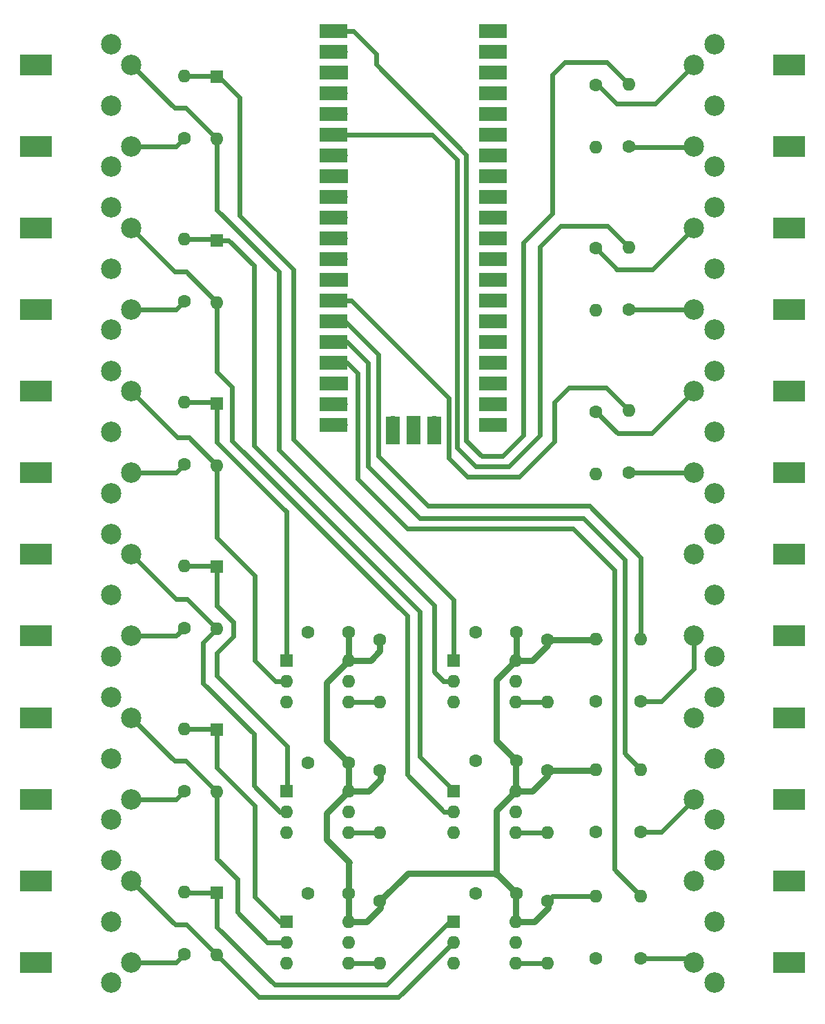
<source format=gbr>
%TF.GenerationSoftware,KiCad,Pcbnew,(6.0.5)*%
%TF.CreationDate,2022-08-17T09:38:04+01:00*%
%TF.ProjectId,PicoMIDIRouter,5069636f-4d49-4444-9952-6f757465722e,rev?*%
%TF.SameCoordinates,Original*%
%TF.FileFunction,Copper,L1,Top*%
%TF.FilePolarity,Positive*%
%FSLAX46Y46*%
G04 Gerber Fmt 4.6, Leading zero omitted, Abs format (unit mm)*
G04 Created by KiCad (PCBNEW (6.0.5)) date 2022-08-17 09:38:04*
%MOMM*%
%LPD*%
G01*
G04 APERTURE LIST*
%TA.AperFunction,ComponentPad*%
%ADD10C,1.600000*%
%TD*%
%TA.AperFunction,WasherPad*%
%ADD11R,4.000000X2.500000*%
%TD*%
%TA.AperFunction,ComponentPad*%
%ADD12C,2.499360*%
%TD*%
%TA.AperFunction,ComponentPad*%
%ADD13O,1.600000X1.600000*%
%TD*%
%TA.AperFunction,ComponentPad*%
%ADD14R,1.600000X1.600000*%
%TD*%
%TA.AperFunction,ComponentPad*%
%ADD15O,1.700000X1.700000*%
%TD*%
%TA.AperFunction,SMDPad,CuDef*%
%ADD16R,3.500000X1.700000*%
%TD*%
%TA.AperFunction,ComponentPad*%
%ADD17R,1.700000X1.700000*%
%TD*%
%TA.AperFunction,SMDPad,CuDef*%
%ADD18R,1.700000X3.500000*%
%TD*%
%TA.AperFunction,Conductor*%
%ADD19C,0.800000*%
%TD*%
%TA.AperFunction,Conductor*%
%ADD20C,0.600000*%
%TD*%
G04 APERTURE END LIST*
D10*
%TO.P,C6,1*%
%TO.N,GND*%
X107696000Y-146558000D03*
%TO.P,C6,2*%
%TO.N,+3V3*%
X112696000Y-146558000D03*
%TD*%
D11*
%TO.P,J12,*%
%TO.N,*%
X146197700Y-155001260D03*
X146197700Y-144998740D03*
D12*
%TO.P,J12,1*%
%TO.N,unconnected-(J12-Pad1)*%
X137002800Y-142501920D03*
%TO.P,J12,2*%
%TO.N,GND*%
X137000260Y-150000000D03*
%TO.P,J12,3*%
%TO.N,unconnected-(J12-Pad3)*%
X137002800Y-157498080D03*
%TO.P,J12,4*%
%TO.N,Net-(J12-Pad4)*%
X134500900Y-145003820D03*
%TO.P,J12,5*%
%TO.N,Net-(J12-Pad5)*%
X134500900Y-154996180D03*
%TD*%
D11*
%TO.P,J1,*%
%TO.N,*%
X53802300Y-55001260D03*
X53802300Y-44998740D03*
D12*
%TO.P,J1,1*%
%TO.N,unconnected-(J1-Pad1)*%
X62997200Y-57498080D03*
%TO.P,J1,2*%
%TO.N,unconnected-(J1-Pad2)*%
X62999740Y-50000000D03*
%TO.P,J1,3*%
%TO.N,unconnected-(J1-Pad3)*%
X62997200Y-42501920D03*
%TO.P,J1,4*%
%TO.N,Net-(J1-Pad4)*%
X65499100Y-54996180D03*
%TO.P,J1,5*%
%TO.N,Net-(D1-Pad2)*%
X65499100Y-45003820D03*
%TD*%
D10*
%TO.P,R5,1*%
%TO.N,Net-(J4-Pad5)*%
X126500000Y-55000000D03*
D13*
%TO.P,R5,2*%
%TO.N,/TX0*%
X126500000Y-47380000D03*
%TD*%
D10*
%TO.P,R3,1*%
%TO.N,Net-(J3-Pad4)*%
X72000000Y-94000000D03*
D13*
%TO.P,R3,2*%
%TO.N,Net-(D3-Pad1)*%
X72000000Y-86380000D03*
%TD*%
D10*
%TO.P,R10,1*%
%TO.N,+3V3*%
X96000000Y-115500000D03*
D13*
%TO.P,R10,2*%
%TO.N,/PIO_RX0*%
X96000000Y-123120000D03*
%TD*%
D10*
%TO.P,R9,1*%
%TO.N,+3V3*%
X116500000Y-131500000D03*
D13*
%TO.P,R9,2*%
%TO.N,/RX1*%
X116500000Y-139120000D03*
%TD*%
D14*
%TO.P,D6,1,K*%
%TO.N,Net-(D6-Pad1)*%
X76000000Y-146500000D03*
D13*
%TO.P,D6,2,A*%
%TO.N,Net-(D6-Pad2)*%
X76000000Y-154120000D03*
%TD*%
D10*
%TO.P,R8,1*%
%TO.N,+3V3*%
X116500000Y-115500000D03*
D13*
%TO.P,R8,2*%
%TO.N,/RX0*%
X116500000Y-123120000D03*
%TD*%
D14*
%TO.P,D1,1,K*%
%TO.N,Net-(D1-Pad1)*%
X76000000Y-46500000D03*
D13*
%TO.P,D1,2,A*%
%TO.N,Net-(D1-Pad2)*%
X76000000Y-54120000D03*
%TD*%
D10*
%TO.P,R21,1*%
%TO.N,Net-(J11-Pad4)*%
X122500000Y-139000000D03*
D13*
%TO.P,R21,2*%
%TO.N,+3V3*%
X122500000Y-131380000D03*
%TD*%
D10*
%TO.P,R20,1*%
%TO.N,+3V3*%
X116500000Y-147500000D03*
D13*
%TO.P,R20,2*%
%TO.N,/PIO_RX3*%
X116500000Y-155120000D03*
%TD*%
D10*
%TO.P,R2,1*%
%TO.N,Net-(J2-Pad4)*%
X72000000Y-74000000D03*
D13*
%TO.P,R2,2*%
%TO.N,Net-(D2-Pad1)*%
X72000000Y-66380000D03*
%TD*%
D10*
%TO.P,R13,1*%
%TO.N,Net-(J7-Pad4)*%
X122500000Y-123000000D03*
D13*
%TO.P,R13,2*%
%TO.N,+3V3*%
X122500000Y-115380000D03*
%TD*%
D10*
%TO.P,R23,1*%
%TO.N,Net-(J12-Pad4)*%
X122500000Y-154500000D03*
D13*
%TO.P,R23,2*%
%TO.N,+3V3*%
X122500000Y-146880000D03*
%TD*%
D10*
%TO.P,R16,1*%
%TO.N,Net-(J9-Pad4)*%
X72000000Y-134000000D03*
D13*
%TO.P,R16,2*%
%TO.N,Net-(D5-Pad1)*%
X72000000Y-126380000D03*
%TD*%
D11*
%TO.P,J11,*%
%TO.N,*%
X146197700Y-135001260D03*
X146197700Y-124998740D03*
D12*
%TO.P,J11,1*%
%TO.N,unconnected-(J11-Pad1)*%
X137002800Y-122501920D03*
%TO.P,J11,2*%
%TO.N,GND*%
X137000260Y-130000000D03*
%TO.P,J11,3*%
%TO.N,unconnected-(J11-Pad3)*%
X137002800Y-137498080D03*
%TO.P,J11,4*%
%TO.N,Net-(J11-Pad4)*%
X134500900Y-125003820D03*
%TO.P,J11,5*%
%TO.N,Net-(J11-Pad5)*%
X134500900Y-134996180D03*
%TD*%
D10*
%TO.P,R12,1*%
%TO.N,Net-(J6-Pad5)*%
X126500000Y-95000000D03*
D13*
%TO.P,R12,2*%
%TO.N,/PIO_TX0*%
X126500000Y-87380000D03*
%TD*%
D10*
%TO.P,R14,1*%
%TO.N,Net-(J7-Pad5)*%
X128000000Y-123000000D03*
D13*
%TO.P,R14,2*%
%TO.N,/PIO_TX1*%
X128000000Y-115380000D03*
%TD*%
D14*
%TO.P,U6,1*%
%TO.N,Net-(D6-Pad1)*%
X105000000Y-150000000D03*
D13*
%TO.P,U6,2*%
%TO.N,Net-(D6-Pad2)*%
X105000000Y-152540000D03*
%TO.P,U6,3*%
%TO.N,unconnected-(U6-Pad3)*%
X105000000Y-155080000D03*
%TO.P,U6,4*%
%TO.N,/PIO_RX3*%
X112620000Y-155080000D03*
%TO.P,U6,5*%
%TO.N,GND*%
X112620000Y-152540000D03*
%TO.P,U6,6*%
%TO.N,+3V3*%
X112620000Y-150000000D03*
%TD*%
D10*
%TO.P,R1,1*%
%TO.N,Net-(J1-Pad4)*%
X72000000Y-54000000D03*
D13*
%TO.P,R1,2*%
%TO.N,Net-(D1-Pad1)*%
X72000000Y-46380000D03*
%TD*%
D14*
%TO.P,D4,1,K*%
%TO.N,Net-(D4-Pad1)*%
X76000000Y-106500000D03*
D13*
%TO.P,D4,2,A*%
%TO.N,Net-(D4-Pad2)*%
X76000000Y-114120000D03*
%TD*%
D11*
%TO.P,J7,*%
%TO.N,*%
X146197700Y-115001260D03*
X146197700Y-104998740D03*
D12*
%TO.P,J7,1*%
%TO.N,unconnected-(J7-Pad1)*%
X137002800Y-102501920D03*
%TO.P,J7,2*%
%TO.N,GND*%
X137000260Y-110000000D03*
%TO.P,J7,3*%
%TO.N,unconnected-(J7-Pad3)*%
X137002800Y-117498080D03*
%TO.P,J7,4*%
%TO.N,Net-(J7-Pad4)*%
X134500900Y-105003820D03*
%TO.P,J7,5*%
%TO.N,Net-(J7-Pad5)*%
X134500900Y-114996180D03*
%TD*%
D14*
%TO.P,D2,1,K*%
%TO.N,Net-(D2-Pad1)*%
X76000000Y-66500000D03*
D13*
%TO.P,D2,2,A*%
%TO.N,Net-(D2-Pad2)*%
X76000000Y-74120000D03*
%TD*%
D14*
%TO.P,U1,1*%
%TO.N,Net-(D1-Pad1)*%
X105000000Y-118000000D03*
D13*
%TO.P,U1,2*%
%TO.N,Net-(D1-Pad2)*%
X105000000Y-120540000D03*
%TO.P,U1,3*%
%TO.N,unconnected-(U1-Pad3)*%
X105000000Y-123080000D03*
%TO.P,U1,4*%
%TO.N,/RX0*%
X112620000Y-123080000D03*
%TO.P,U1,5*%
%TO.N,GND*%
X112620000Y-120540000D03*
%TO.P,U1,6*%
%TO.N,+3V3*%
X112620000Y-118000000D03*
%TD*%
D11*
%TO.P,J6,*%
%TO.N,*%
X146197700Y-95001260D03*
X146197700Y-84998740D03*
D12*
%TO.P,J6,1*%
%TO.N,unconnected-(J6-Pad1)*%
X137002800Y-82501920D03*
%TO.P,J6,2*%
%TO.N,GND*%
X137000260Y-90000000D03*
%TO.P,J6,3*%
%TO.N,unconnected-(J6-Pad3)*%
X137002800Y-97498080D03*
%TO.P,J6,4*%
%TO.N,Net-(J6-Pad4)*%
X134500900Y-85003820D03*
%TO.P,J6,5*%
%TO.N,Net-(J6-Pad5)*%
X134500900Y-94996180D03*
%TD*%
D14*
%TO.P,D3,1,K*%
%TO.N,Net-(D3-Pad1)*%
X76000000Y-86500000D03*
D13*
%TO.P,D3,2,A*%
%TO.N,Net-(D3-Pad2)*%
X76000000Y-94120000D03*
%TD*%
D10*
%TO.P,R24,1*%
%TO.N,Net-(J12-Pad5)*%
X128000000Y-154500000D03*
D13*
%TO.P,R24,2*%
%TO.N,/PIO_TX3*%
X128000000Y-146880000D03*
%TD*%
D15*
%TO.P,U7,1,GPIO0*%
%TO.N,/TX0*%
X91186000Y-40894000D03*
D16*
X90286000Y-40894000D03*
D15*
%TO.P,U7,2,GPIO1*%
%TO.N,/RX0*%
X91186000Y-43434000D03*
D16*
X90286000Y-43434000D03*
%TO.P,U7,3,GND*%
%TO.N,GND*%
X90286000Y-45974000D03*
D17*
X91186000Y-45974000D03*
D15*
%TO.P,U7,4,GPIO2*%
%TO.N,unconnected-(U7-Pad4)*%
X91186000Y-48514000D03*
D16*
X90286000Y-48514000D03*
%TO.P,U7,5,GPIO3*%
%TO.N,unconnected-(U7-Pad5)*%
X90286000Y-51054000D03*
D15*
X91186000Y-51054000D03*
%TO.P,U7,6,GPIO4*%
%TO.N,/TX1*%
X91186000Y-53594000D03*
D16*
X90286000Y-53594000D03*
%TO.P,U7,7,GPIO5*%
%TO.N,/RX1*%
X90286000Y-56134000D03*
D15*
X91186000Y-56134000D03*
D17*
%TO.P,U7,8,GND*%
%TO.N,GND*%
X91186000Y-58674000D03*
D16*
X90286000Y-58674000D03*
D15*
%TO.P,U7,9,GPIO6*%
%TO.N,/PIO_RX0*%
X91186000Y-61214000D03*
D16*
X90286000Y-61214000D03*
D15*
%TO.P,U7,10,GPIO7*%
%TO.N,/PIO_RX1*%
X91186000Y-63754000D03*
D16*
X90286000Y-63754000D03*
%TO.P,U7,11,GPIO8*%
%TO.N,/PIO_RX2*%
X90286000Y-66294000D03*
D15*
X91186000Y-66294000D03*
%TO.P,U7,12,GPIO9*%
%TO.N,/PIO_RX3*%
X91186000Y-68834000D03*
D16*
X90286000Y-68834000D03*
%TO.P,U7,13,GND*%
%TO.N,GND*%
X90286000Y-71374000D03*
D17*
X91186000Y-71374000D03*
D16*
%TO.P,U7,14,GPIO10*%
%TO.N,/PIO_TX0*%
X90286000Y-73914000D03*
D15*
X91186000Y-73914000D03*
D16*
%TO.P,U7,15,GPIO11*%
%TO.N,/PIO_TX1*%
X90286000Y-76454000D03*
D15*
X91186000Y-76454000D03*
D16*
%TO.P,U7,16,GPIO12*%
%TO.N,/PIO_TX2*%
X90286000Y-78994000D03*
D15*
X91186000Y-78994000D03*
D16*
%TO.P,U7,17,GPIO13*%
%TO.N,/PIO_TX3*%
X90286000Y-81534000D03*
D15*
X91186000Y-81534000D03*
D17*
%TO.P,U7,18,GND*%
%TO.N,GND*%
X91186000Y-84074000D03*
D16*
X90286000Y-84074000D03*
%TO.P,U7,19,GPIO14*%
%TO.N,unconnected-(U7-Pad19)*%
X90286000Y-86614000D03*
D15*
X91186000Y-86614000D03*
D16*
%TO.P,U7,20,GPIO15*%
%TO.N,unconnected-(U7-Pad20)*%
X90286000Y-89154000D03*
D15*
X91186000Y-89154000D03*
D16*
%TO.P,U7,21,GPIO16*%
%TO.N,unconnected-(U7-Pad21)*%
X109866000Y-89154000D03*
D15*
X108966000Y-89154000D03*
D16*
%TO.P,U7,22,GPIO17*%
%TO.N,unconnected-(U7-Pad22)*%
X109866000Y-86614000D03*
D15*
X108966000Y-86614000D03*
D16*
%TO.P,U7,23,GND*%
%TO.N,GND*%
X109866000Y-84074000D03*
D17*
X108966000Y-84074000D03*
D16*
%TO.P,U7,24,GPIO18*%
%TO.N,unconnected-(U7-Pad24)*%
X109866000Y-81534000D03*
D15*
X108966000Y-81534000D03*
%TO.P,U7,25,GPIO19*%
%TO.N,unconnected-(U7-Pad25)*%
X108966000Y-78994000D03*
D16*
X109866000Y-78994000D03*
%TO.P,U7,26,GPIO20*%
%TO.N,unconnected-(U7-Pad26)*%
X109866000Y-76454000D03*
D15*
X108966000Y-76454000D03*
%TO.P,U7,27,GPIO21*%
%TO.N,unconnected-(U7-Pad27)*%
X108966000Y-73914000D03*
D16*
X109866000Y-73914000D03*
D17*
%TO.P,U7,28,GND*%
%TO.N,GND*%
X108966000Y-71374000D03*
D16*
X109866000Y-71374000D03*
%TO.P,U7,29,GPIO22*%
%TO.N,unconnected-(U7-Pad29)*%
X109866000Y-68834000D03*
D15*
X108966000Y-68834000D03*
%TO.P,U7,30,RUN*%
%TO.N,unconnected-(U7-Pad30)*%
X108966000Y-66294000D03*
D16*
X109866000Y-66294000D03*
%TO.P,U7,31,GPIO26_ADC0*%
%TO.N,unconnected-(U7-Pad31)*%
X109866000Y-63754000D03*
D15*
X108966000Y-63754000D03*
%TO.P,U7,32,GPIO27_ADC1*%
%TO.N,unconnected-(U7-Pad32)*%
X108966000Y-61214000D03*
D16*
X109866000Y-61214000D03*
%TO.P,U7,33,AGND*%
%TO.N,unconnected-(U7-Pad33)*%
X109866000Y-58674000D03*
D17*
X108966000Y-58674000D03*
D16*
%TO.P,U7,34,GPIO28_ADC2*%
%TO.N,unconnected-(U7-Pad34)*%
X109866000Y-56134000D03*
D15*
X108966000Y-56134000D03*
D16*
%TO.P,U7,35,ADC_VREF*%
%TO.N,unconnected-(U7-Pad35)*%
X109866000Y-53594000D03*
D15*
X108966000Y-53594000D03*
%TO.P,U7,36,3V3*%
%TO.N,+3V3*%
X108966000Y-51054000D03*
D16*
X109866000Y-51054000D03*
D15*
%TO.P,U7,37,3V3_EN*%
%TO.N,unconnected-(U7-Pad37)*%
X108966000Y-48514000D03*
D16*
X109866000Y-48514000D03*
%TO.P,U7,38,GND*%
%TO.N,GND*%
X109866000Y-45974000D03*
D17*
X108966000Y-45974000D03*
D16*
%TO.P,U7,39,VSYS*%
%TO.N,unconnected-(U7-Pad39)*%
X109866000Y-43434000D03*
D15*
X108966000Y-43434000D03*
D16*
%TO.P,U7,40,VBUS*%
%TO.N,unconnected-(U7-Pad40)*%
X109866000Y-40894000D03*
D15*
X108966000Y-40894000D03*
D18*
%TO.P,U7,41,SWCLK*%
%TO.N,unconnected-(U7-Pad41)*%
X97536000Y-89824000D03*
D15*
X97536000Y-88924000D03*
D18*
%TO.P,U7,42,GND*%
%TO.N,unconnected-(U7-Pad42)*%
X100076000Y-89824000D03*
D17*
X100076000Y-88924000D03*
D18*
%TO.P,U7,43,SWDIO*%
%TO.N,unconnected-(U7-Pad43)*%
X102616000Y-89824000D03*
D15*
X102616000Y-88924000D03*
%TD*%
D14*
%TO.P,U4,1*%
%TO.N,Net-(D4-Pad1)*%
X84500000Y-134000000D03*
D13*
%TO.P,U4,2*%
%TO.N,Net-(D4-Pad2)*%
X84500000Y-136540000D03*
%TO.P,U4,3*%
%TO.N,unconnected-(U4-Pad3)*%
X84500000Y-139080000D03*
%TO.P,U4,4*%
%TO.N,/PIO_RX1*%
X92120000Y-139080000D03*
%TO.P,U4,5*%
%TO.N,GND*%
X92120000Y-136540000D03*
%TO.P,U4,6*%
%TO.N,+3V3*%
X92120000Y-134000000D03*
%TD*%
D10*
%TO.P,R18,1*%
%TO.N,+3V3*%
X96000000Y-131500000D03*
D13*
%TO.P,R18,2*%
%TO.N,/PIO_RX1*%
X96000000Y-139120000D03*
%TD*%
D10*
%TO.P,C5,1*%
%TO.N,GND*%
X87162000Y-146558000D03*
%TO.P,C5,2*%
%TO.N,+3V3*%
X92162000Y-146558000D03*
%TD*%
%TO.P,R4,1*%
%TO.N,Net-(J4-Pad4)*%
X122500000Y-47500000D03*
D13*
%TO.P,R4,2*%
%TO.N,+3V3*%
X122500000Y-55120000D03*
%TD*%
D14*
%TO.P,D5,1,K*%
%TO.N,Net-(D5-Pad1)*%
X76000000Y-126500000D03*
D13*
%TO.P,D5,2,A*%
%TO.N,Net-(D5-Pad2)*%
X76000000Y-134120000D03*
%TD*%
D10*
%TO.P,C3,1*%
%TO.N,GND*%
X87162000Y-114554000D03*
%TO.P,C3,2*%
%TO.N,+3V3*%
X92162000Y-114554000D03*
%TD*%
D14*
%TO.P,U5,1*%
%TO.N,Net-(D5-Pad1)*%
X84500000Y-150000000D03*
D13*
%TO.P,U5,2*%
%TO.N,Net-(D5-Pad2)*%
X84500000Y-152540000D03*
%TO.P,U5,3*%
%TO.N,unconnected-(U5-Pad3)*%
X84500000Y-155080000D03*
%TO.P,U5,4*%
%TO.N,/PIO_RX2*%
X92120000Y-155080000D03*
%TO.P,U5,5*%
%TO.N,GND*%
X92120000Y-152540000D03*
%TO.P,U5,6*%
%TO.N,+3V3*%
X92120000Y-150000000D03*
%TD*%
D11*
%TO.P,J8,*%
%TO.N,*%
X53802300Y-104998740D03*
X53802300Y-115001260D03*
D12*
%TO.P,J8,1*%
%TO.N,unconnected-(J8-Pad1)*%
X62997200Y-117498080D03*
%TO.P,J8,2*%
%TO.N,unconnected-(J8-Pad2)*%
X62999740Y-110000000D03*
%TO.P,J8,3*%
%TO.N,unconnected-(J8-Pad3)*%
X62997200Y-102501920D03*
%TO.P,J8,4*%
%TO.N,Net-(J8-Pad4)*%
X65499100Y-114996180D03*
%TO.P,J8,5*%
%TO.N,Net-(D4-Pad2)*%
X65499100Y-105003820D03*
%TD*%
D14*
%TO.P,U3,1*%
%TO.N,Net-(D3-Pad1)*%
X84500000Y-118000000D03*
D13*
%TO.P,U3,2*%
%TO.N,Net-(D3-Pad2)*%
X84500000Y-120540000D03*
%TO.P,U3,3*%
%TO.N,unconnected-(U3-Pad3)*%
X84500000Y-123080000D03*
%TO.P,U3,4*%
%TO.N,/PIO_RX0*%
X92120000Y-123080000D03*
%TO.P,U3,5*%
%TO.N,GND*%
X92120000Y-120540000D03*
%TO.P,U3,6*%
%TO.N,+3V3*%
X92120000Y-118000000D03*
%TD*%
D10*
%TO.P,R7,1*%
%TO.N,Net-(J5-Pad5)*%
X126500000Y-75000000D03*
D13*
%TO.P,R7,2*%
%TO.N,/TX1*%
X126500000Y-67380000D03*
%TD*%
D11*
%TO.P,J2,*%
%TO.N,*%
X53802300Y-64998740D03*
X53802300Y-75001260D03*
D12*
%TO.P,J2,1*%
%TO.N,unconnected-(J2-Pad1)*%
X62997200Y-77498080D03*
%TO.P,J2,2*%
%TO.N,unconnected-(J2-Pad2)*%
X62999740Y-70000000D03*
%TO.P,J2,3*%
%TO.N,unconnected-(J2-Pad3)*%
X62997200Y-62501920D03*
%TO.P,J2,4*%
%TO.N,Net-(J2-Pad4)*%
X65499100Y-74996180D03*
%TO.P,J2,5*%
%TO.N,Net-(D2-Pad2)*%
X65499100Y-65003820D03*
%TD*%
D11*
%TO.P,J3,*%
%TO.N,*%
X53802300Y-95001260D03*
X53802300Y-84998740D03*
D12*
%TO.P,J3,1*%
%TO.N,unconnected-(J3-Pad1)*%
X62997200Y-97498080D03*
%TO.P,J3,2*%
%TO.N,unconnected-(J3-Pad2)*%
X62999740Y-90000000D03*
%TO.P,J3,3*%
%TO.N,unconnected-(J3-Pad3)*%
X62997200Y-82501920D03*
%TO.P,J3,4*%
%TO.N,Net-(J3-Pad4)*%
X65499100Y-94996180D03*
%TO.P,J3,5*%
%TO.N,Net-(D3-Pad2)*%
X65499100Y-85003820D03*
%TD*%
D10*
%TO.P,R15,1*%
%TO.N,Net-(J8-Pad4)*%
X72000000Y-114000000D03*
D13*
%TO.P,R15,2*%
%TO.N,Net-(D4-Pad1)*%
X72000000Y-106380000D03*
%TD*%
D10*
%TO.P,R6,1*%
%TO.N,Net-(J5-Pad4)*%
X122500000Y-67500000D03*
D13*
%TO.P,R6,2*%
%TO.N,+3V3*%
X122500000Y-75120000D03*
%TD*%
D10*
%TO.P,C4,1*%
%TO.N,GND*%
X87162000Y-130556000D03*
%TO.P,C4,2*%
%TO.N,+3V3*%
X92162000Y-130556000D03*
%TD*%
D11*
%TO.P,J9,*%
%TO.N,*%
X53802300Y-135001260D03*
X53802300Y-124998740D03*
D12*
%TO.P,J9,1*%
%TO.N,unconnected-(J9-Pad1)*%
X62997200Y-137498080D03*
%TO.P,J9,2*%
%TO.N,unconnected-(J9-Pad2)*%
X62999740Y-130000000D03*
%TO.P,J9,3*%
%TO.N,unconnected-(J9-Pad3)*%
X62997200Y-122501920D03*
%TO.P,J9,4*%
%TO.N,Net-(J9-Pad4)*%
X65499100Y-134996180D03*
%TO.P,J9,5*%
%TO.N,Net-(D5-Pad2)*%
X65499100Y-125003820D03*
%TD*%
D11*
%TO.P,J4,*%
%TO.N,*%
X146197700Y-44998740D03*
X146197700Y-55001260D03*
D12*
%TO.P,J4,1*%
%TO.N,unconnected-(J4-Pad1)*%
X137002800Y-42501920D03*
%TO.P,J4,2*%
%TO.N,GND*%
X137000260Y-50000000D03*
%TO.P,J4,3*%
%TO.N,unconnected-(J4-Pad3)*%
X137002800Y-57498080D03*
%TO.P,J4,4*%
%TO.N,Net-(J4-Pad4)*%
X134500900Y-45003820D03*
%TO.P,J4,5*%
%TO.N,Net-(J4-Pad5)*%
X134500900Y-54996180D03*
%TD*%
D10*
%TO.P,C1,1*%
%TO.N,GND*%
X107736000Y-114554000D03*
%TO.P,C1,2*%
%TO.N,+3V3*%
X112736000Y-114554000D03*
%TD*%
%TO.P,C2,1*%
%TO.N,GND*%
X107736000Y-130302000D03*
%TO.P,C2,2*%
%TO.N,+3V3*%
X112736000Y-130302000D03*
%TD*%
%TO.P,R22,1*%
%TO.N,Net-(J11-Pad5)*%
X128000000Y-139000000D03*
D13*
%TO.P,R22,2*%
%TO.N,/PIO_TX2*%
X128000000Y-131380000D03*
%TD*%
D14*
%TO.P,U2,1*%
%TO.N,Net-(D2-Pad1)*%
X105000000Y-134000000D03*
D13*
%TO.P,U2,2*%
%TO.N,Net-(D2-Pad2)*%
X105000000Y-136540000D03*
%TO.P,U2,3*%
%TO.N,unconnected-(U2-Pad3)*%
X105000000Y-139080000D03*
%TO.P,U2,4*%
%TO.N,/RX1*%
X112620000Y-139080000D03*
%TO.P,U2,5*%
%TO.N,GND*%
X112620000Y-136540000D03*
%TO.P,U2,6*%
%TO.N,+3V3*%
X112620000Y-134000000D03*
%TD*%
D10*
%TO.P,R11,1*%
%TO.N,Net-(J6-Pad4)*%
X122500000Y-87500000D03*
D13*
%TO.P,R11,2*%
%TO.N,+3V3*%
X122500000Y-95120000D03*
%TD*%
D10*
%TO.P,R19,1*%
%TO.N,+3V3*%
X96000000Y-147500000D03*
D13*
%TO.P,R19,2*%
%TO.N,/PIO_RX2*%
X96000000Y-155120000D03*
%TD*%
D11*
%TO.P,J10,*%
%TO.N,*%
X53802300Y-144998740D03*
X53802300Y-155001260D03*
D12*
%TO.P,J10,1*%
%TO.N,unconnected-(J10-Pad1)*%
X62997200Y-157498080D03*
%TO.P,J10,2*%
%TO.N,unconnected-(J10-Pad2)*%
X62999740Y-150000000D03*
%TO.P,J10,3*%
%TO.N,unconnected-(J10-Pad3)*%
X62997200Y-142501920D03*
%TO.P,J10,4*%
%TO.N,Net-(J10-Pad4)*%
X65499100Y-154996180D03*
%TO.P,J10,5*%
%TO.N,Net-(D6-Pad2)*%
X65499100Y-145003820D03*
%TD*%
D11*
%TO.P,J5,*%
%TO.N,*%
X146197700Y-75001260D03*
X146197700Y-64998740D03*
D12*
%TO.P,J5,1*%
%TO.N,unconnected-(J5-Pad1)*%
X137002800Y-62501920D03*
%TO.P,J5,2*%
%TO.N,GND*%
X137000260Y-70000000D03*
%TO.P,J5,3*%
%TO.N,unconnected-(J5-Pad3)*%
X137002800Y-77498080D03*
%TO.P,J5,4*%
%TO.N,Net-(J5-Pad4)*%
X134500900Y-65003820D03*
%TO.P,J5,5*%
%TO.N,Net-(J5-Pad5)*%
X134500900Y-74996180D03*
%TD*%
D10*
%TO.P,R17,1*%
%TO.N,Net-(J10-Pad4)*%
X72000000Y-154000000D03*
D13*
%TO.P,R17,2*%
%TO.N,Net-(D6-Pad1)*%
X72000000Y-146380000D03*
%TD*%
D19*
%TO.N,+3V3*%
X110230000Y-120390000D02*
X110230000Y-127502000D01*
X114664000Y-118000000D02*
X116500000Y-116164000D01*
X110240000Y-144102000D02*
X110066000Y-144102000D01*
X116500000Y-132166000D02*
X116500000Y-131500000D01*
X110066000Y-144102000D02*
X110236000Y-144272000D01*
X94852000Y-118000000D02*
X96000000Y-116852000D01*
X92162000Y-142788000D02*
X92162000Y-146558000D01*
X89408000Y-136712000D02*
X92120000Y-134000000D01*
X92162000Y-130556000D02*
X89408000Y-127802000D01*
X92120000Y-130598000D02*
X92162000Y-130556000D01*
X112620000Y-134000000D02*
X114666000Y-134000000D01*
X96012000Y-131512000D02*
X96000000Y-131500000D01*
D20*
X117120000Y-146880000D02*
X116500000Y-147500000D01*
D19*
X112736000Y-130302000D02*
X110230000Y-127796000D01*
X116586000Y-148336000D02*
X116586000Y-147586000D01*
X112620000Y-150000000D02*
X114922000Y-150000000D01*
X112620000Y-118000000D02*
X110230000Y-120390000D01*
X116500000Y-116164000D02*
X116500000Y-115500000D01*
D20*
X122746000Y-115380000D02*
X122500000Y-115380000D01*
D19*
X92120000Y-118000000D02*
X94852000Y-118000000D01*
X112620000Y-118000000D02*
X114664000Y-118000000D01*
X114666000Y-134000000D02*
X116500000Y-132166000D01*
X112620000Y-146634000D02*
X112696000Y-146558000D01*
X112736000Y-114554000D02*
X112736000Y-117884000D01*
X92120000Y-118000000D02*
X92120000Y-114596000D01*
X96012000Y-147512000D02*
X96000000Y-147500000D01*
X92120000Y-134000000D02*
X94600000Y-134000000D01*
D20*
X122866000Y-115500000D02*
X122746000Y-115380000D01*
D19*
X89408000Y-139954000D02*
X92202000Y-142748000D01*
X110230000Y-127796000D02*
X110230000Y-127502000D01*
X94348000Y-150000000D02*
X96012000Y-148336000D01*
X122380000Y-131500000D02*
X122500000Y-131380000D01*
X112620000Y-134000000D02*
X112620000Y-130418000D01*
X89408000Y-127802000D02*
X89408000Y-120712000D01*
X92120000Y-150000000D02*
X92120000Y-146600000D01*
D20*
X92120000Y-146600000D02*
X92162000Y-146558000D01*
D19*
X116500000Y-115500000D02*
X122866000Y-115500000D01*
X116586000Y-147586000D02*
X116500000Y-147500000D01*
X92202000Y-142748000D02*
X92162000Y-142788000D01*
X112696000Y-146558000D02*
X110240000Y-144102000D01*
X89408000Y-139954000D02*
X89408000Y-136712000D01*
X110236000Y-136384000D02*
X110236000Y-144272000D01*
X112620000Y-130418000D02*
X112736000Y-130302000D01*
X89408000Y-120712000D02*
X92120000Y-118000000D01*
X116500000Y-131500000D02*
X122380000Y-131500000D01*
X114922000Y-150000000D02*
X116586000Y-148336000D01*
X96012000Y-132588000D02*
X96012000Y-131512000D01*
X112620000Y-134000000D02*
X110236000Y-136384000D01*
X112620000Y-150000000D02*
X112620000Y-146634000D01*
X92120000Y-134000000D02*
X92120000Y-130598000D01*
D20*
X122500000Y-146880000D02*
X117120000Y-146880000D01*
D19*
X99398000Y-144102000D02*
X110066000Y-144102000D01*
X94600000Y-134000000D02*
X96012000Y-132588000D01*
D20*
X112736000Y-117884000D02*
X112620000Y-118000000D01*
D19*
X96000000Y-116852000D02*
X96000000Y-115500000D01*
X96000000Y-147500000D02*
X99398000Y-144102000D01*
X92120000Y-150000000D02*
X94348000Y-150000000D01*
X96012000Y-148336000D02*
X96012000Y-147512000D01*
D20*
%TO.N,Net-(D1-Pad1)*%
X78740000Y-49022000D02*
X78740000Y-63500000D01*
X85344000Y-70104000D02*
X85344000Y-90932000D01*
X76000000Y-46500000D02*
X76218000Y-46500000D01*
X72000000Y-46380000D02*
X75880000Y-46380000D01*
X78740000Y-63500000D02*
X85344000Y-70104000D01*
X76218000Y-46500000D02*
X78740000Y-49022000D01*
X85344000Y-90932000D02*
X105000000Y-110588000D01*
X105000000Y-110588000D02*
X105000000Y-118000000D01*
%TO.N,Net-(D1-Pad2)*%
X103776000Y-120540000D02*
X102616000Y-119380000D01*
X102616000Y-111252000D02*
X83566000Y-92202000D01*
X105000000Y-120540000D02*
X103776000Y-120540000D01*
X83566000Y-70358000D02*
X76000000Y-62792000D01*
X102616000Y-119380000D02*
X102616000Y-111252000D01*
X83566000Y-92202000D02*
X83566000Y-70358000D01*
X72172000Y-50292000D02*
X70787280Y-50292000D01*
X76000000Y-54120000D02*
X72172000Y-50292000D01*
X70787280Y-50292000D02*
X65499100Y-45003820D01*
X76000000Y-62792000D02*
X76000000Y-54120000D01*
%TO.N,Net-(D2-Pad1)*%
X105000000Y-133956000D02*
X100838000Y-129794000D01*
X77422000Y-66500000D02*
X76000000Y-66500000D01*
X80518000Y-91694000D02*
X80518000Y-69596000D01*
X72000000Y-66380000D02*
X75880000Y-66380000D01*
X80518000Y-69596000D02*
X77422000Y-66500000D01*
X100838000Y-112014000D02*
X80518000Y-91694000D01*
X100838000Y-129794000D02*
X100838000Y-112014000D01*
X105000000Y-134000000D02*
X105000000Y-133956000D01*
%TO.N,Net-(D2-Pad2)*%
X99314000Y-131985370D02*
X103868630Y-136540000D01*
X77851000Y-84455000D02*
X77851000Y-91059000D01*
X76000000Y-82604000D02*
X77851000Y-84455000D01*
X103868630Y-136540000D02*
X105000000Y-136540000D01*
X72238000Y-70358000D02*
X70853280Y-70358000D01*
X76000000Y-74120000D02*
X76000000Y-82604000D01*
X99314000Y-112522000D02*
X99314000Y-131985370D01*
X70853280Y-70358000D02*
X65499100Y-65003820D01*
X77851000Y-91059000D02*
X99314000Y-112522000D01*
X76000000Y-74120000D02*
X72238000Y-70358000D01*
%TO.N,Net-(D3-Pad1)*%
X72000000Y-86380000D02*
X75880000Y-86380000D01*
X75880000Y-86380000D02*
X76000000Y-86500000D01*
X84500000Y-118000000D02*
X84500000Y-99740000D01*
X76000000Y-91240000D02*
X84201000Y-99441000D01*
X76000000Y-86500000D02*
X76000000Y-91240000D01*
X84500000Y-99740000D02*
X84201000Y-99441000D01*
%TO.N,Net-(D3-Pad2)*%
X76000000Y-102924000D02*
X76000000Y-94120000D01*
X83202000Y-120540000D02*
X80645000Y-117983000D01*
X72558000Y-90678000D02*
X71173280Y-90678000D01*
X80645000Y-117983000D02*
X80645000Y-107569000D01*
X80645000Y-107569000D02*
X76000000Y-102924000D01*
X76000000Y-94120000D02*
X72558000Y-90678000D01*
X84500000Y-120540000D02*
X83202000Y-120540000D01*
X71173280Y-90678000D02*
X65499100Y-85003820D01*
%TO.N,Net-(D4-Pad1)*%
X75946000Y-117094000D02*
X75946000Y-119888000D01*
X72000000Y-106380000D02*
X75880000Y-106380000D01*
X84592000Y-133594000D02*
X84592000Y-128534000D01*
X77978000Y-115062000D02*
X75946000Y-117094000D01*
X77978000Y-113284000D02*
X76000000Y-111306000D01*
X75946000Y-119888000D02*
X84592000Y-128534000D01*
X76000000Y-111306000D02*
X76000000Y-106500000D01*
X77978000Y-113284000D02*
X77978000Y-115062000D01*
%TO.N,Net-(D4-Pad2)*%
X74296000Y-120778000D02*
X80518000Y-127000000D01*
X76000000Y-114120000D02*
X72370000Y-110490000D01*
X70985280Y-110490000D02*
X65499100Y-105003820D01*
X76000000Y-114120000D02*
X74296000Y-115824000D01*
X74296000Y-115824000D02*
X74296000Y-120778000D01*
X80518000Y-127000000D02*
X80518000Y-133350000D01*
X72370000Y-110490000D02*
X70985280Y-110490000D01*
X83708000Y-136540000D02*
X84500000Y-136540000D01*
X80518000Y-133350000D02*
X83708000Y-136540000D01*
%TO.N,Net-(D5-Pad1)*%
X72000000Y-126380000D02*
X75880000Y-126380000D01*
X83706000Y-150000000D02*
X80645000Y-146939000D01*
X80645000Y-146939000D02*
X80645000Y-135763000D01*
X80645000Y-135763000D02*
X76000000Y-131118000D01*
X75880000Y-126380000D02*
X76000000Y-126500000D01*
X84500000Y-150000000D02*
X83706000Y-150000000D01*
X76000000Y-131118000D02*
X76000000Y-126500000D01*
%TO.N,Net-(D5-Pad2)*%
X72182000Y-130302000D02*
X70797280Y-130302000D01*
X76000000Y-134120000D02*
X72182000Y-130302000D01*
X84500000Y-152540000D02*
X82182000Y-152540000D01*
X82182000Y-152540000D02*
X78486000Y-148844000D01*
X76000000Y-142294000D02*
X76000000Y-134120000D01*
X78486000Y-148844000D02*
X78486000Y-144780000D01*
X70797280Y-130302000D02*
X65499100Y-125003820D01*
X78486000Y-144780000D02*
X76000000Y-142294000D01*
%TO.N,Net-(D6-Pad1)*%
X76000000Y-146500000D02*
X76000000Y-150676000D01*
X72332000Y-146500000D02*
X76000000Y-146500000D01*
X83566000Y-157734000D02*
X96774000Y-157734000D01*
X105000000Y-150000000D02*
X104508000Y-150000000D01*
X72000000Y-146168000D02*
X72332000Y-146500000D01*
X104508000Y-150000000D02*
X96774000Y-157734000D01*
X83058000Y-157734000D02*
X83566000Y-157734000D01*
X76000000Y-150676000D02*
X83058000Y-157734000D01*
%TO.N,Net-(D6-Pad2)*%
X76000000Y-154120000D02*
X72248000Y-150368000D01*
X70863280Y-150368000D02*
X65499100Y-145003820D01*
X72248000Y-150368000D02*
X70863280Y-150368000D01*
X98282000Y-159258000D02*
X81788000Y-159258000D01*
X76000000Y-154120000D02*
X81138000Y-159258000D01*
X105000000Y-152540000D02*
X98282000Y-159258000D01*
X81138000Y-159258000D02*
X81788000Y-159258000D01*
%TO.N,Net-(J1-Pad4)*%
X71003820Y-54996180D02*
X72000000Y-54000000D01*
X65499100Y-54996180D02*
X71003820Y-54996180D01*
%TO.N,Net-(J2-Pad4)*%
X71003820Y-74996180D02*
X72000000Y-74000000D01*
X65499100Y-74996180D02*
X71003820Y-74996180D01*
%TO.N,Net-(J3-Pad4)*%
X65499100Y-94996180D02*
X71003820Y-94996180D01*
X71003820Y-94996180D02*
X72000000Y-94000000D01*
%TO.N,Net-(J4-Pad4)*%
X129720720Y-49784000D02*
X124968000Y-49784000D01*
X134500900Y-45003820D02*
X129720720Y-49784000D01*
X124968000Y-49784000D02*
X122682000Y-47498000D01*
%TO.N,Net-(J4-Pad5)*%
X126492000Y-55118000D02*
X134379080Y-55118000D01*
X134379080Y-55118000D02*
X134500900Y-54996180D01*
%TO.N,Net-(J5-Pad4)*%
X129400720Y-70104000D02*
X125476000Y-70104000D01*
X122500000Y-67500000D02*
X125104000Y-70104000D01*
X134500900Y-65003820D02*
X129400720Y-70104000D01*
X125476000Y-70104000D02*
X124968000Y-70104000D01*
X125104000Y-70104000D02*
X125476000Y-70104000D01*
%TO.N,Net-(J5-Pad5)*%
X126500000Y-75000000D02*
X134497080Y-75000000D01*
%TO.N,Net-(J6-Pad4)*%
X122500000Y-87500000D02*
X125170000Y-90170000D01*
X129334720Y-90170000D02*
X134500900Y-85003820D01*
X125170000Y-90170000D02*
X129334720Y-90170000D01*
%TO.N,Net-(J6-Pad5)*%
X126500000Y-95000000D02*
X126496000Y-95000000D01*
X126499820Y-94996180D02*
X134500900Y-94996180D01*
X126496000Y-95000000D02*
X126499820Y-94996180D01*
%TO.N,Net-(J7-Pad5)*%
X134500900Y-118991100D02*
X134500900Y-114996180D01*
X130492000Y-123000000D02*
X134500900Y-118991100D01*
X128000000Y-123000000D02*
X130492000Y-123000000D01*
%TO.N,Net-(J8-Pad4)*%
X71003820Y-114996180D02*
X72000000Y-114000000D01*
X65499100Y-114996180D02*
X71003820Y-114996180D01*
%TO.N,Net-(J9-Pad4)*%
X71003820Y-134996180D02*
X72000000Y-134000000D01*
X65499100Y-134996180D02*
X71003820Y-134996180D01*
%TO.N,Net-(J10-Pad4)*%
X65499100Y-154996180D02*
X71003820Y-154996180D01*
X71003820Y-154996180D02*
X72000000Y-154000000D01*
%TO.N,Net-(J11-Pad5)*%
X130497080Y-139000000D02*
X134500900Y-134996180D01*
X128000000Y-139000000D02*
X130497080Y-139000000D01*
%TO.N,Net-(J12-Pad5)*%
X128000000Y-154500000D02*
X134004720Y-154500000D01*
X134004720Y-154500000D02*
X134500900Y-154996180D01*
%TO.N,/TX0*%
X123824000Y-44704000D02*
X126500000Y-47380000D01*
X92710000Y-40894000D02*
X95504000Y-43688000D01*
X108458000Y-92964000D02*
X110998000Y-92964000D01*
X91186000Y-40894000D02*
X92710000Y-40894000D01*
X117094000Y-63246000D02*
X117094000Y-46228000D01*
X110998000Y-92964000D02*
X113538000Y-90424000D01*
X117094000Y-46228000D02*
X118618000Y-44704000D01*
X95504000Y-43688000D02*
X95504000Y-44958000D01*
X106553000Y-91059000D02*
X108458000Y-92964000D01*
X113538000Y-90424000D02*
X113538000Y-66802000D01*
X95504000Y-44958000D02*
X106553000Y-56007000D01*
X118618000Y-44704000D02*
X123824000Y-44704000D01*
X113538000Y-66802000D02*
X117094000Y-63246000D01*
X106553000Y-56007000D02*
X106553000Y-91059000D01*
%TO.N,/RX0*%
X112660000Y-123120000D02*
X112620000Y-123080000D01*
X116500000Y-123120000D02*
X112660000Y-123120000D01*
%TO.N,/TX1*%
X91186000Y-53594000D02*
X102362000Y-53594000D01*
X115570000Y-90424000D02*
X115570000Y-67310000D01*
X118110000Y-64770000D02*
X123890000Y-64770000D01*
X102362000Y-53594000D02*
X105410000Y-56642000D01*
X107696000Y-94234000D02*
X111760000Y-94234000D01*
X123890000Y-64770000D02*
X126500000Y-67380000D01*
X115570000Y-67310000D02*
X118110000Y-64770000D01*
X105410000Y-91948000D02*
X107696000Y-94234000D01*
X111760000Y-94234000D02*
X115570000Y-90424000D01*
X105410000Y-56642000D02*
X105410000Y-91948000D01*
%TO.N,/RX1*%
X116460000Y-139080000D02*
X116500000Y-139120000D01*
X112620000Y-139080000D02*
X116460000Y-139080000D01*
%TO.N,/PIO_RX0*%
X95960000Y-123080000D02*
X96000000Y-123120000D01*
X92120000Y-123080000D02*
X95960000Y-123080000D01*
%TO.N,/PIO_RX1*%
X92120000Y-139020000D02*
X92220000Y-139120000D01*
X92120000Y-139080000D02*
X92120000Y-139020000D01*
X92220000Y-139120000D02*
X96000000Y-139120000D01*
%TO.N,/PIO_RX2*%
X95960000Y-155080000D02*
X96000000Y-155120000D01*
X92120000Y-155080000D02*
X95960000Y-155080000D01*
%TO.N,/PIO_RX3*%
X116460000Y-155080000D02*
X116500000Y-155120000D01*
X112620000Y-155080000D02*
X116460000Y-155080000D01*
%TO.N,/PIO_TX0*%
X104394000Y-93218000D02*
X104394000Y-85852000D01*
X117348000Y-91186000D02*
X113030000Y-95504000D01*
X106680000Y-95504000D02*
X104394000Y-93218000D01*
X119126000Y-84582000D02*
X117348000Y-86360000D01*
X92456000Y-73914000D02*
X91186000Y-73914000D01*
X117348000Y-86360000D02*
X117348000Y-91186000D01*
X123702000Y-84582000D02*
X119126000Y-84582000D01*
X126500000Y-87380000D02*
X123702000Y-84582000D01*
X113030000Y-95504000D02*
X106680000Y-95504000D01*
X104394000Y-85852000D02*
X92456000Y-73914000D01*
%TO.N,/PIO_TX1*%
X95758000Y-80518000D02*
X91694000Y-76454000D01*
X95758000Y-92964000D02*
X95758000Y-80518000D01*
X101854000Y-99060000D02*
X95758000Y-92964000D01*
X128000000Y-115380000D02*
X128000000Y-105394000D01*
X121666000Y-99060000D02*
X101854000Y-99060000D01*
X128000000Y-105394000D02*
X121666000Y-99060000D01*
X91694000Y-76454000D02*
X91186000Y-76454000D01*
%TO.N,/PIO_TX2*%
X94488000Y-94234000D02*
X100838000Y-100584000D01*
X94488000Y-81534000D02*
X94488000Y-94234000D01*
X100838000Y-100584000D02*
X120904000Y-100584000D01*
X120904000Y-100584000D02*
X125984000Y-105664000D01*
X91948000Y-78994000D02*
X94488000Y-81534000D01*
X125984000Y-129364000D02*
X128000000Y-131380000D01*
X125984000Y-105664000D02*
X125984000Y-129364000D01*
X91186000Y-78994000D02*
X91948000Y-78994000D01*
%TO.N,/PIO_TX3*%
X119634000Y-101854000D02*
X99314000Y-101854000D01*
X91948000Y-81534000D02*
X91186000Y-81534000D01*
X124714000Y-106934000D02*
X119634000Y-101854000D01*
X93218000Y-95758000D02*
X93218000Y-82804000D01*
X128000000Y-146880000D02*
X124714000Y-143594000D01*
X93218000Y-82804000D02*
X91948000Y-81534000D01*
X124714000Y-143594000D02*
X124714000Y-106934000D01*
X99314000Y-101854000D02*
X93218000Y-95758000D01*
%TD*%
M02*

</source>
